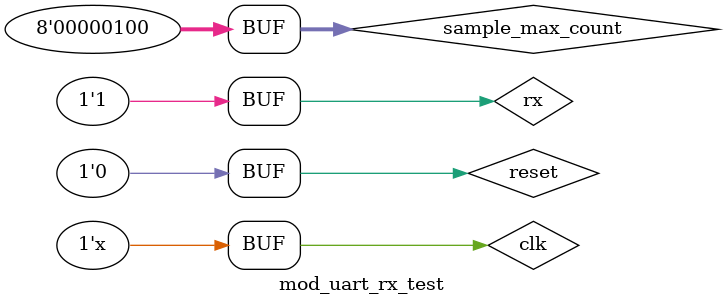
<source format=v>
`timescale 1ns / 1ps


module mod_uart_rx_test;

	// Inputs
	reg clk;
	reg reset;
	reg [7:0] sample_max_count;
	reg rx;

	// Outputs
	wire [7:0] rx_reg;

	// Instantiate the Unit Under Test (UUT)
	mod_uart_rx uut (
		.clk(clk), 
		.reset(reset), 
		.sample_max_count(sample_max_count),
		.rx(rx),
		.rx_reg(rx_reg)
	);

	initial begin
		// Initialize Inputs
		clk = 0;
		reset = 1;
		sample_max_count = 4;
		rx = 1;

		// Wait 100 ns for global reset to finish
		#100;
        
		// Add stimulus here
		
		#4
		reset = 0;
		#4
		rx = 0;
		
		#8
		rx = 1;
		#8
		rx = 0;
		#8
		rx = 1;
		#8
		rx = 1;
		
		#8
		rx = 0;
		#8
		rx = 0;
		#8
		rx = 1;
		#8
		rx = 0;
		
		#8
		rx = 1;
	end
	
	always #0.0625 clk = ~clk;
      
endmodule


</source>
